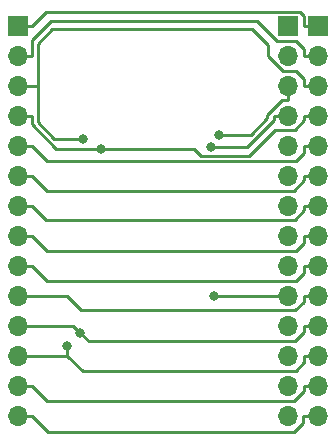
<source format=gbr>
G04 #@! TF.GenerationSoftware,KiCad,Pcbnew,5.1.5+dfsg1-2build2*
G04 #@! TF.CreationDate,2022-08-21T18:45:02-05:00*
G04 #@! TF.ProjectId,ms88sf2-breakout,6d733838-7366-4322-9d62-7265616b6f75,rev?*
G04 #@! TF.SameCoordinates,Original*
G04 #@! TF.FileFunction,Copper,L2,Bot*
G04 #@! TF.FilePolarity,Positive*
%FSLAX46Y46*%
G04 Gerber Fmt 4.6, Leading zero omitted, Abs format (unit mm)*
G04 Created by KiCad (PCBNEW 5.1.5+dfsg1-2build2) date 2022-08-21 18:45:02*
%MOMM*%
%LPD*%
G04 APERTURE LIST*
%ADD10O,1.700000X1.700000*%
%ADD11R,1.700000X1.700000*%
%ADD12C,0.800000*%
%ADD13C,0.250000*%
G04 APERTURE END LIST*
D10*
X77400000Y-84890000D03*
X77400000Y-82350000D03*
X77400000Y-79810000D03*
X77400000Y-77270000D03*
X77400000Y-74730000D03*
X77400000Y-72190000D03*
X77400000Y-69650000D03*
X77400000Y-67110000D03*
X77400000Y-64570000D03*
X77400000Y-62030000D03*
X77400000Y-59490000D03*
X77400000Y-56950000D03*
X77400000Y-54410000D03*
D11*
X77400000Y-51870000D03*
D10*
X74860000Y-84890000D03*
X74860000Y-82350000D03*
X74860000Y-79810000D03*
X74860000Y-77270000D03*
X74860000Y-74730000D03*
X74860000Y-72190000D03*
X74860000Y-69650000D03*
X74860000Y-67110000D03*
X74860000Y-64570000D03*
X74860000Y-62030000D03*
X74860000Y-59490000D03*
X74860000Y-56950000D03*
X74860000Y-54410000D03*
D11*
X74860000Y-51870000D03*
D10*
X52000000Y-84890000D03*
X52000000Y-82350000D03*
X52000000Y-79810000D03*
X52000000Y-77270000D03*
X52000000Y-74730000D03*
X52000000Y-72190000D03*
X52000000Y-69650000D03*
X52000000Y-67110000D03*
X52000000Y-64570000D03*
X52000000Y-62030000D03*
X52000000Y-59490000D03*
X52000000Y-56950000D03*
X52000000Y-54410000D03*
D11*
X52000000Y-51870000D03*
D12*
X68625720Y-74711560D03*
X56177000Y-79019100D03*
X57236360Y-77851000D03*
X58988960Y-62260480D03*
X57536080Y-61432440D03*
X68320920Y-62116500D03*
X68976240Y-61117480D03*
D13*
X54813200Y-51429920D02*
X53175300Y-53067820D01*
X72191880Y-51429920D02*
X54813200Y-51429920D01*
X73929240Y-53167280D02*
X72191880Y-51429920D01*
X75534520Y-53167280D02*
X73929240Y-53167280D01*
X76224700Y-53857460D02*
X75534520Y-53167280D01*
X76224700Y-54410000D02*
X76224700Y-53857460D01*
X53175300Y-54410000D02*
X52000000Y-54410000D01*
X53175300Y-53067820D02*
X53175300Y-54410000D01*
X77400000Y-54410000D02*
X76224700Y-54410000D01*
X52000000Y-51870000D02*
X53175300Y-51870000D01*
X77400000Y-51870000D02*
X76224700Y-51870000D01*
X76224700Y-51870000D02*
X76224700Y-51062000D01*
X76224700Y-51062000D02*
X75857400Y-50694700D01*
X75857400Y-50694700D02*
X54350600Y-50694700D01*
X54350600Y-50694700D02*
X53175300Y-51870000D01*
X68644160Y-74730000D02*
X68625720Y-74711560D01*
X74860000Y-74730000D02*
X68644160Y-74730000D01*
X53175300Y-82350000D02*
X52000000Y-82350000D01*
X54467500Y-83642200D02*
X53175300Y-82350000D01*
X76224700Y-82799620D02*
X75382120Y-83642200D01*
X75382120Y-83642200D02*
X54467500Y-83642200D01*
X76224700Y-82350000D02*
X76224700Y-82799620D01*
X77400000Y-82350000D02*
X76224700Y-82350000D01*
X56177000Y-79810000D02*
X56177000Y-79019100D01*
X56177000Y-79810000D02*
X53175300Y-79810000D01*
X52000000Y-79810000D02*
X53175300Y-79810000D01*
X57464120Y-81097120D02*
X56177000Y-79810000D01*
X76224700Y-80371380D02*
X75498960Y-81097120D01*
X76224700Y-79810000D02*
X76224700Y-80371380D01*
X75498960Y-81097120D02*
X57464120Y-81097120D01*
X77400000Y-79810000D02*
X76224700Y-79810000D01*
X57236360Y-77851000D02*
X56655360Y-77270000D01*
X56655360Y-77270000D02*
X52000000Y-77270000D01*
X76224700Y-77270000D02*
X77400000Y-77270000D01*
X76224700Y-77795820D02*
X76224700Y-77270000D01*
X75432920Y-78587600D02*
X76224700Y-77795820D01*
X57972960Y-78587600D02*
X75432920Y-78587600D01*
X57236360Y-77851000D02*
X57972960Y-78587600D01*
X53175300Y-74730000D02*
X52000000Y-74730000D01*
X56103100Y-74730000D02*
X53175300Y-74730000D01*
X57334340Y-75961240D02*
X56103100Y-74730000D01*
X75483720Y-75961240D02*
X57334340Y-75961240D01*
X76224700Y-75220260D02*
X75483720Y-75961240D01*
X76224700Y-74730000D02*
X76224700Y-75220260D01*
X77400000Y-74730000D02*
X76224700Y-74730000D01*
X53175300Y-72190000D02*
X52000000Y-72190000D01*
X54452260Y-73466960D02*
X53175300Y-72190000D01*
X75565000Y-73466960D02*
X54452260Y-73466960D01*
X76224700Y-72807260D02*
X75565000Y-73466960D01*
X76224700Y-72190000D02*
X76224700Y-72807260D01*
X77400000Y-72190000D02*
X76224700Y-72190000D01*
X53175300Y-69650000D02*
X52000000Y-69650000D01*
X75524360Y-70932040D02*
X54457340Y-70932040D01*
X76224700Y-70231700D02*
X75524360Y-70932040D01*
X76224700Y-69650000D02*
X76224700Y-70231700D01*
X54457340Y-70932040D02*
X53175300Y-69650000D01*
X77400000Y-69650000D02*
X76224700Y-69650000D01*
X52000000Y-67110000D02*
X53175300Y-67110000D01*
X77400000Y-67110000D02*
X76224700Y-67110000D01*
X76224700Y-67110000D02*
X76224700Y-67477300D01*
X76224700Y-67477300D02*
X75416700Y-68285300D01*
X75416700Y-68285300D02*
X54350600Y-68285300D01*
X54350600Y-68285300D02*
X53175300Y-67110000D01*
X53175300Y-64570000D02*
X52000000Y-64570000D01*
X75335360Y-65826640D02*
X54431940Y-65826640D01*
X76224700Y-64937300D02*
X75335360Y-65826640D01*
X54431940Y-65826640D02*
X53175300Y-64570000D01*
X76224700Y-64570000D02*
X76224700Y-64937300D01*
X77400000Y-64570000D02*
X76224700Y-64570000D01*
X76224700Y-62030000D02*
X77400000Y-62030000D01*
X76224700Y-62662500D02*
X76224700Y-62030000D01*
X75575160Y-63312040D02*
X76224700Y-62662500D01*
X54457340Y-63312040D02*
X75575160Y-63312040D01*
X53175300Y-62030000D02*
X54457340Y-63312040D01*
X52000000Y-62030000D02*
X53175300Y-62030000D01*
X58988960Y-62260480D02*
X55211180Y-62260480D01*
X55211180Y-62260480D02*
X53175300Y-60224600D01*
X53175300Y-59490000D02*
X52000000Y-59490000D01*
X53175300Y-60224600D02*
X53175300Y-59490000D01*
X76224700Y-59490000D02*
X77400000Y-59490000D01*
X76224700Y-59857400D02*
X76224700Y-59490000D01*
X75416800Y-60665300D02*
X76224700Y-59857400D01*
X73783200Y-60665300D02*
X75416800Y-60665300D01*
X71593100Y-62855400D02*
X73783200Y-60665300D01*
X67452800Y-62855400D02*
X71593100Y-62855400D01*
X66857880Y-62260480D02*
X67452800Y-62855400D01*
X58988960Y-62260480D02*
X66857880Y-62260480D01*
X53675300Y-56950000D02*
X53175300Y-56950000D01*
X52000000Y-56950000D02*
X53175300Y-56950000D01*
X53675300Y-60052000D02*
X53675300Y-56950000D01*
X57536080Y-61432440D02*
X55055740Y-61432440D01*
X55055740Y-61432440D02*
X53675300Y-60052000D01*
X71821360Y-52181760D02*
X54889340Y-52181760D01*
X73173300Y-54429900D02*
X73173300Y-53533700D01*
X74404960Y-55661560D02*
X73173300Y-54429900D01*
X75549760Y-55661560D02*
X74404960Y-55661560D01*
X53675300Y-53395800D02*
X53675300Y-56950000D01*
X73173300Y-53533700D02*
X71821360Y-52181760D01*
X76224700Y-56336500D02*
X75549760Y-55661560D01*
X76224700Y-56950000D02*
X76224700Y-56336500D01*
X54889340Y-52181760D02*
X53675300Y-53395800D01*
X77400000Y-56950000D02*
X76224700Y-56950000D01*
X73684700Y-59490000D02*
X74860000Y-59490000D01*
X73684700Y-59808400D02*
X73684700Y-59490000D01*
X71376600Y-62116500D02*
X73684700Y-59808400D01*
X68320920Y-62116500D02*
X71376600Y-62116500D01*
X73119000Y-59394700D02*
X74388400Y-58125300D01*
X73119000Y-59711300D02*
X73119000Y-59394700D01*
X71712820Y-61117480D02*
X73119000Y-59711300D01*
X74860000Y-58125300D02*
X74860000Y-56950000D01*
X74388400Y-58125300D02*
X74860000Y-58125300D01*
X68976240Y-61117480D02*
X71712820Y-61117480D01*
X53175300Y-84890000D02*
X52000000Y-84890000D01*
X54543700Y-86258400D02*
X53175300Y-84890000D01*
X75336400Y-86258400D02*
X54543700Y-86258400D01*
X76093320Y-85501480D02*
X75336400Y-86258400D01*
X76093320Y-84890000D02*
X76093320Y-85501480D01*
X77400000Y-84890000D02*
X76093320Y-84890000D01*
M02*

</source>
